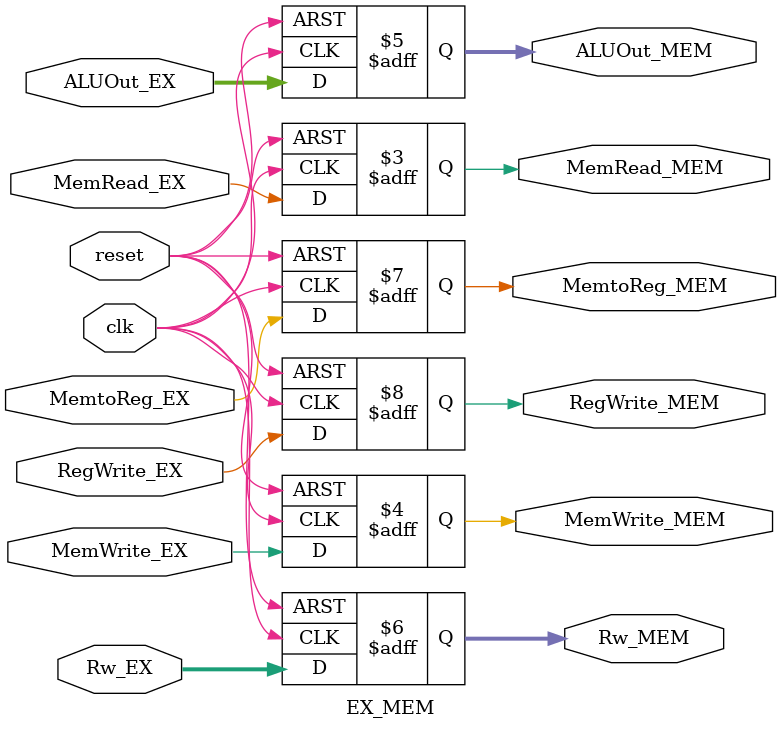
<source format=v>
module EX_MEM(
    input wire clk,
    input wire reset,
    
    input wire MemRead_EX,
    input wire MemWrite_EX,
    input wire [31:0] ALUOut_EX,
    input wire [4:0] Rw_EX,
    input wire MemtoReg_EX,
    input wire RegWrite_EX,

    output reg MemRead_MEM,
    output reg MemWrite_MEM,
    output reg [31:0] ALUOut_MEM,
    output reg [4:0] Rw_MEM,
    output reg MemtoReg_MEM,
    output reg RegWrite_MEM
);

initial begin
    MemRead_MEM <= 0;
    MemWrite_MEM <= 0;
    ALUOut_MEM <= 0;
    Rw_MEM <= 0;
    MemtoReg_MEM <= 0;
    RegWrite_MEM <= 0;
end

always@(posedge clk or posedge reset) begin
    if(reset) begin
        MemRead_MEM <= 0;
        MemWrite_MEM <= 0;
        ALUOut_MEM <= 0;
        Rw_MEM <= 0;
        MemtoReg_MEM <= 0;
        RegWrite_MEM <= 0;
    end
    else begin
        MemRead_MEM <= MemRead_EX;
        MemWrite_MEM <= MemWrite_EX;
        ALUOut_MEM <= ALUOut_EX;
        Rw_MEM <= Rw_EX;
        MemtoReg_MEM <= MemtoReg_EX;
        RegWrite_MEM <= RegWrite_EX;
    end
end

endmodule
</source>
